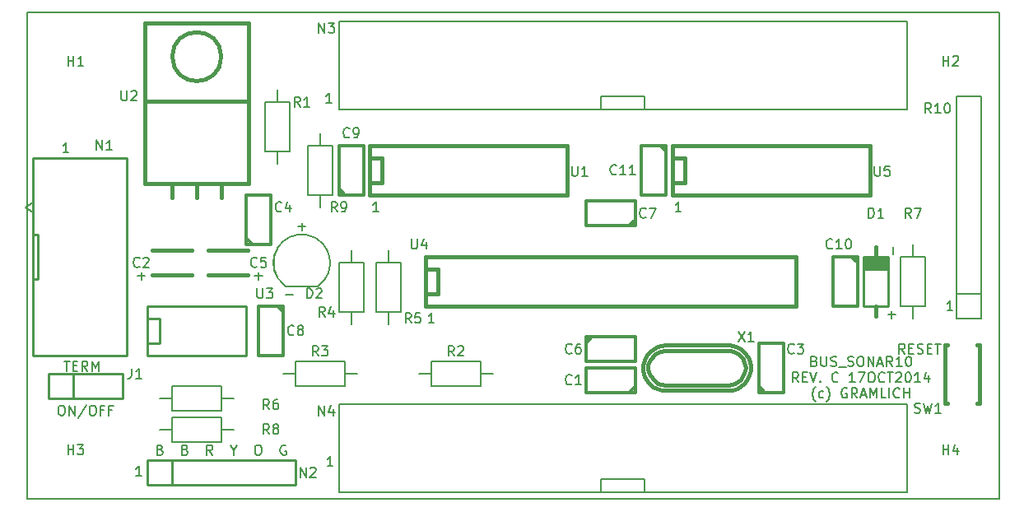
<source format=gto>
%FSLAX36Y36*%
G04 Gerber Fmt 3.6, Leading zero omitted, Abs format (unit inch)*
G04 Created by KiCad (PCBNEW (2014-jul-16 BZR unknown)-product) date Sun 19 Oct 2014 06:56:34 PM PDT*
%MOIN*%
G01*
G04 APERTURE LIST*
%ADD10C,0.003937*%
%ADD11C,0.008000*%
%ADD12C,0.012000*%
%ADD13C,0.015000*%
%ADD14C,0.010000*%
%ADD15C,0.005906*%
G04 APERTURE END LIST*
D10*
D11*
X5586429Y-5193095D02*
X5563571Y-5193095D01*
X5575000Y-5193095D02*
X5575000Y-5153095D01*
X5571191Y-5158810D01*
X5567381Y-5162619D01*
X5563571Y-5164524D01*
X5361429Y-4743095D02*
X5338571Y-4743095D01*
X5350000Y-4743095D02*
X5350000Y-4703095D01*
X5346191Y-4708810D01*
X5342381Y-4712619D01*
X5338571Y-4714524D01*
X6586429Y-4743095D02*
X6563571Y-4743095D01*
X6575000Y-4743095D02*
X6575000Y-4703095D01*
X6571191Y-4708810D01*
X6567381Y-4712619D01*
X6563571Y-4714524D01*
X7686429Y-5143095D02*
X7663571Y-5143095D01*
X7675000Y-5143095D02*
X7675000Y-5103095D01*
X7671191Y-5108810D01*
X7667381Y-5112619D01*
X7663571Y-5114524D01*
X3937008Y-5905512D02*
X3937008Y-3937008D01*
X7874016Y-5905512D02*
X3937008Y-5905512D01*
X7874016Y-3937008D02*
X7874016Y-5905512D01*
X3937008Y-3937008D02*
X7874016Y-3937008D01*
X5171429Y-4303095D02*
X5148571Y-4303095D01*
X5160000Y-4303095D02*
X5160000Y-4263095D01*
X5156191Y-4268810D01*
X5152381Y-4272619D01*
X5148571Y-4274524D01*
X7491905Y-5318095D02*
X7478571Y-5299048D01*
X7469048Y-5318095D02*
X7469048Y-5278095D01*
X7484286Y-5278095D01*
X7488095Y-5280000D01*
X7490000Y-5281905D01*
X7491905Y-5285714D01*
X7491905Y-5291429D01*
X7490000Y-5295238D01*
X7488095Y-5297143D01*
X7484286Y-5299048D01*
X7469048Y-5299048D01*
X7509048Y-5297143D02*
X7522381Y-5297143D01*
X7528095Y-5318095D02*
X7509048Y-5318095D01*
X7509048Y-5278095D01*
X7528095Y-5278095D01*
X7543333Y-5316190D02*
X7549048Y-5318095D01*
X7558571Y-5318095D01*
X7562381Y-5316190D01*
X7564286Y-5314286D01*
X7566190Y-5310476D01*
X7566190Y-5306667D01*
X7564286Y-5302857D01*
X7562381Y-5300952D01*
X7558571Y-5299048D01*
X7550952Y-5297143D01*
X7547143Y-5295238D01*
X7545238Y-5293333D01*
X7543333Y-5289524D01*
X7543333Y-5285714D01*
X7545238Y-5281905D01*
X7547143Y-5280000D01*
X7550952Y-5278095D01*
X7560476Y-5278095D01*
X7566190Y-5280000D01*
X7583333Y-5297143D02*
X7596667Y-5297143D01*
X7602381Y-5318095D02*
X7583333Y-5318095D01*
X7583333Y-5278095D01*
X7602381Y-5278095D01*
X7613810Y-5278095D02*
X7636667Y-5278095D01*
X7625238Y-5318095D02*
X7625238Y-5278095D01*
X4087619Y-5348095D02*
X4110476Y-5348095D01*
X4099048Y-5388095D02*
X4099048Y-5348095D01*
X4123810Y-5367143D02*
X4137143Y-5367143D01*
X4142857Y-5388095D02*
X4123810Y-5388095D01*
X4123810Y-5348095D01*
X4142857Y-5348095D01*
X4182857Y-5388095D02*
X4169524Y-5369048D01*
X4160000Y-5388095D02*
X4160000Y-5348095D01*
X4175238Y-5348095D01*
X4179048Y-5350000D01*
X4180952Y-5351905D01*
X4182857Y-5355714D01*
X4182857Y-5361429D01*
X4180952Y-5365238D01*
X4179048Y-5367143D01*
X4175238Y-5369048D01*
X4160000Y-5369048D01*
X4200000Y-5388095D02*
X4200000Y-5348095D01*
X4213333Y-5376667D01*
X4226667Y-5348095D01*
X4226667Y-5388095D01*
X7126429Y-5348143D02*
X7132143Y-5350048D01*
X7134048Y-5351952D01*
X7135952Y-5355762D01*
X7135952Y-5361476D01*
X7134048Y-5365286D01*
X7132143Y-5367190D01*
X7128333Y-5369095D01*
X7113095Y-5369095D01*
X7113095Y-5329095D01*
X7126429Y-5329095D01*
X7130238Y-5331000D01*
X7132143Y-5332905D01*
X7134048Y-5336714D01*
X7134048Y-5340524D01*
X7132143Y-5344333D01*
X7130238Y-5346238D01*
X7126429Y-5348143D01*
X7113095Y-5348143D01*
X7153095Y-5329095D02*
X7153095Y-5361476D01*
X7155000Y-5365286D01*
X7156905Y-5367190D01*
X7160714Y-5369095D01*
X7168333Y-5369095D01*
X7172143Y-5367190D01*
X7174048Y-5365286D01*
X7175952Y-5361476D01*
X7175952Y-5329095D01*
X7193095Y-5367190D02*
X7198810Y-5369095D01*
X7208333Y-5369095D01*
X7212143Y-5367190D01*
X7214048Y-5365286D01*
X7215952Y-5361476D01*
X7215952Y-5357667D01*
X7214048Y-5353857D01*
X7212143Y-5351952D01*
X7208333Y-5350048D01*
X7200714Y-5348143D01*
X7196905Y-5346238D01*
X7195000Y-5344333D01*
X7193095Y-5340524D01*
X7193095Y-5336714D01*
X7195000Y-5332905D01*
X7196905Y-5331000D01*
X7200714Y-5329095D01*
X7210238Y-5329095D01*
X7215952Y-5331000D01*
X7223571Y-5372905D02*
X7254048Y-5372905D01*
X7261667Y-5367190D02*
X7267381Y-5369095D01*
X7276905Y-5369095D01*
X7280714Y-5367190D01*
X7282619Y-5365286D01*
X7284524Y-5361476D01*
X7284524Y-5357667D01*
X7282619Y-5353857D01*
X7280714Y-5351952D01*
X7276905Y-5350048D01*
X7269286Y-5348143D01*
X7265476Y-5346238D01*
X7263571Y-5344333D01*
X7261667Y-5340524D01*
X7261667Y-5336714D01*
X7263571Y-5332905D01*
X7265476Y-5331000D01*
X7269286Y-5329095D01*
X7278810Y-5329095D01*
X7284524Y-5331000D01*
X7309286Y-5329095D02*
X7316905Y-5329095D01*
X7320714Y-5331000D01*
X7324524Y-5334810D01*
X7326429Y-5342429D01*
X7326429Y-5355762D01*
X7324524Y-5363381D01*
X7320714Y-5367190D01*
X7316905Y-5369095D01*
X7309286Y-5369095D01*
X7305476Y-5367190D01*
X7301667Y-5363381D01*
X7299762Y-5355762D01*
X7299762Y-5342429D01*
X7301667Y-5334810D01*
X7305476Y-5331000D01*
X7309286Y-5329095D01*
X7343571Y-5369095D02*
X7343571Y-5329095D01*
X7366429Y-5369095D01*
X7366429Y-5329095D01*
X7383571Y-5357667D02*
X7402619Y-5357667D01*
X7379762Y-5369095D02*
X7393095Y-5329095D01*
X7406429Y-5369095D01*
X7442619Y-5369095D02*
X7429286Y-5350048D01*
X7419762Y-5369095D02*
X7419762Y-5329095D01*
X7435000Y-5329095D01*
X7438810Y-5331000D01*
X7440714Y-5332905D01*
X7442619Y-5336714D01*
X7442619Y-5342429D01*
X7440714Y-5346238D01*
X7438810Y-5348143D01*
X7435000Y-5350048D01*
X7419762Y-5350048D01*
X7480714Y-5369095D02*
X7457857Y-5369095D01*
X7469286Y-5369095D02*
X7469286Y-5329095D01*
X7465476Y-5334810D01*
X7461667Y-5338619D01*
X7457857Y-5340524D01*
X7505476Y-5329095D02*
X7509286Y-5329095D01*
X7513095Y-5331000D01*
X7515000Y-5332905D01*
X7516905Y-5336714D01*
X7518810Y-5344333D01*
X7518810Y-5353857D01*
X7516905Y-5361476D01*
X7515000Y-5365286D01*
X7513095Y-5367190D01*
X7509286Y-5369095D01*
X7505476Y-5369095D01*
X7501667Y-5367190D01*
X7499762Y-5365286D01*
X7497857Y-5361476D01*
X7495952Y-5353857D01*
X7495952Y-5344333D01*
X7497857Y-5336714D01*
X7499762Y-5332905D01*
X7501667Y-5331000D01*
X7505476Y-5329095D01*
X7061667Y-5433095D02*
X7048333Y-5414048D01*
X7038810Y-5433095D02*
X7038810Y-5393095D01*
X7054048Y-5393095D01*
X7057857Y-5395000D01*
X7059762Y-5396905D01*
X7061667Y-5400714D01*
X7061667Y-5406429D01*
X7059762Y-5410238D01*
X7057857Y-5412143D01*
X7054048Y-5414048D01*
X7038810Y-5414048D01*
X7078810Y-5412143D02*
X7092143Y-5412143D01*
X7097857Y-5433095D02*
X7078810Y-5433095D01*
X7078810Y-5393095D01*
X7097857Y-5393095D01*
X7109286Y-5393095D02*
X7122619Y-5433095D01*
X7135952Y-5393095D01*
X7149286Y-5429286D02*
X7151191Y-5431190D01*
X7149286Y-5433095D01*
X7147381Y-5431190D01*
X7149286Y-5429286D01*
X7149286Y-5433095D01*
X7221667Y-5429286D02*
X7219762Y-5431190D01*
X7214048Y-5433095D01*
X7210238Y-5433095D01*
X7204524Y-5431190D01*
X7200714Y-5427381D01*
X7198810Y-5423571D01*
X7196905Y-5415952D01*
X7196905Y-5410238D01*
X7198810Y-5402619D01*
X7200714Y-5398810D01*
X7204524Y-5395000D01*
X7210238Y-5393095D01*
X7214048Y-5393095D01*
X7219762Y-5395000D01*
X7221667Y-5396905D01*
X7290238Y-5433095D02*
X7267381Y-5433095D01*
X7278810Y-5433095D02*
X7278810Y-5393095D01*
X7275000Y-5398810D01*
X7271191Y-5402619D01*
X7267381Y-5404524D01*
X7303571Y-5393095D02*
X7330238Y-5393095D01*
X7313095Y-5433095D01*
X7353095Y-5393095D02*
X7360714Y-5393095D01*
X7364524Y-5395000D01*
X7368333Y-5398810D01*
X7370238Y-5406429D01*
X7370238Y-5419762D01*
X7368333Y-5427381D01*
X7364524Y-5431190D01*
X7360714Y-5433095D01*
X7353095Y-5433095D01*
X7349286Y-5431190D01*
X7345476Y-5427381D01*
X7343571Y-5419762D01*
X7343571Y-5406429D01*
X7345476Y-5398810D01*
X7349286Y-5395000D01*
X7353095Y-5393095D01*
X7410238Y-5429286D02*
X7408333Y-5431190D01*
X7402619Y-5433095D01*
X7398810Y-5433095D01*
X7393095Y-5431190D01*
X7389286Y-5427381D01*
X7387381Y-5423571D01*
X7385476Y-5415952D01*
X7385476Y-5410238D01*
X7387381Y-5402619D01*
X7389286Y-5398810D01*
X7393095Y-5395000D01*
X7398810Y-5393095D01*
X7402619Y-5393095D01*
X7408333Y-5395000D01*
X7410238Y-5396905D01*
X7421667Y-5393095D02*
X7444524Y-5393095D01*
X7433095Y-5433095D02*
X7433095Y-5393095D01*
X7455952Y-5396905D02*
X7457857Y-5395000D01*
X7461667Y-5393095D01*
X7471190Y-5393095D01*
X7475000Y-5395000D01*
X7476905Y-5396905D01*
X7478810Y-5400714D01*
X7478810Y-5404524D01*
X7476905Y-5410238D01*
X7454048Y-5433095D01*
X7478810Y-5433095D01*
X7503571Y-5393095D02*
X7507381Y-5393095D01*
X7511190Y-5395000D01*
X7513095Y-5396905D01*
X7515000Y-5400714D01*
X7516905Y-5408333D01*
X7516905Y-5417857D01*
X7515000Y-5425476D01*
X7513095Y-5429286D01*
X7511190Y-5431190D01*
X7507381Y-5433095D01*
X7503571Y-5433095D01*
X7499762Y-5431190D01*
X7497857Y-5429286D01*
X7495952Y-5425476D01*
X7494048Y-5417857D01*
X7494048Y-5408333D01*
X7495952Y-5400714D01*
X7497857Y-5396905D01*
X7499762Y-5395000D01*
X7503571Y-5393095D01*
X7555000Y-5433095D02*
X7532143Y-5433095D01*
X7543571Y-5433095D02*
X7543571Y-5393095D01*
X7539762Y-5398810D01*
X7535952Y-5402619D01*
X7532143Y-5404524D01*
X7589286Y-5406429D02*
X7589286Y-5433095D01*
X7579762Y-5391190D02*
X7570238Y-5419762D01*
X7595000Y-5419762D01*
X7130238Y-5512333D02*
X7128333Y-5510429D01*
X7124524Y-5504714D01*
X7122619Y-5500905D01*
X7120714Y-5495190D01*
X7118810Y-5485667D01*
X7118810Y-5478048D01*
X7120714Y-5468524D01*
X7122619Y-5462810D01*
X7124524Y-5459000D01*
X7128333Y-5453286D01*
X7130238Y-5451381D01*
X7162619Y-5495190D02*
X7158810Y-5497095D01*
X7151191Y-5497095D01*
X7147381Y-5495190D01*
X7145476Y-5493286D01*
X7143571Y-5489476D01*
X7143571Y-5478048D01*
X7145476Y-5474238D01*
X7147381Y-5472333D01*
X7151191Y-5470429D01*
X7158810Y-5470429D01*
X7162619Y-5472333D01*
X7175952Y-5512333D02*
X7177857Y-5510429D01*
X7181667Y-5504714D01*
X7183571Y-5500905D01*
X7185476Y-5495190D01*
X7187381Y-5485667D01*
X7187381Y-5478048D01*
X7185476Y-5468524D01*
X7183571Y-5462810D01*
X7181667Y-5459000D01*
X7177857Y-5453286D01*
X7175952Y-5451381D01*
X7257857Y-5459000D02*
X7254048Y-5457095D01*
X7248333Y-5457095D01*
X7242619Y-5459000D01*
X7238810Y-5462810D01*
X7236905Y-5466619D01*
X7235000Y-5474238D01*
X7235000Y-5479952D01*
X7236905Y-5487571D01*
X7238810Y-5491381D01*
X7242619Y-5495190D01*
X7248333Y-5497095D01*
X7252143Y-5497095D01*
X7257857Y-5495190D01*
X7259762Y-5493286D01*
X7259762Y-5479952D01*
X7252143Y-5479952D01*
X7299762Y-5497095D02*
X7286429Y-5478048D01*
X7276905Y-5497095D02*
X7276905Y-5457095D01*
X7292143Y-5457095D01*
X7295952Y-5459000D01*
X7297857Y-5460905D01*
X7299762Y-5464714D01*
X7299762Y-5470429D01*
X7297857Y-5474238D01*
X7295952Y-5476143D01*
X7292143Y-5478048D01*
X7276905Y-5478048D01*
X7315000Y-5485667D02*
X7334048Y-5485667D01*
X7311190Y-5497095D02*
X7324524Y-5457095D01*
X7337857Y-5497095D01*
X7351190Y-5497095D02*
X7351190Y-5457095D01*
X7364524Y-5485667D01*
X7377857Y-5457095D01*
X7377857Y-5497095D01*
X7415952Y-5497095D02*
X7396905Y-5497095D01*
X7396905Y-5457095D01*
X7429286Y-5497095D02*
X7429286Y-5457095D01*
X7471190Y-5493286D02*
X7469286Y-5495190D01*
X7463571Y-5497095D01*
X7459762Y-5497095D01*
X7454048Y-5495190D01*
X7450238Y-5491381D01*
X7448333Y-5487571D01*
X7446429Y-5479952D01*
X7446429Y-5474238D01*
X7448333Y-5466619D01*
X7450238Y-5462810D01*
X7454048Y-5459000D01*
X7459762Y-5457095D01*
X7463571Y-5457095D01*
X7469286Y-5459000D01*
X7471190Y-5460905D01*
X7488333Y-5497095D02*
X7488333Y-5457095D01*
X7488333Y-5476143D02*
X7511190Y-5476143D01*
X7511190Y-5497095D02*
X7511190Y-5457095D01*
X4106429Y-4503095D02*
X4083571Y-4503095D01*
X4095000Y-4503095D02*
X4095000Y-4463095D01*
X4091191Y-4468810D01*
X4087381Y-4472619D01*
X4083571Y-4474524D01*
X5176429Y-5773095D02*
X5153571Y-5773095D01*
X5165000Y-5773095D02*
X5165000Y-5733095D01*
X5161191Y-5738810D01*
X5157381Y-5742619D01*
X5153571Y-5744524D01*
X4074048Y-5528095D02*
X4081667Y-5528095D01*
X4085476Y-5530000D01*
X4089286Y-5533810D01*
X4091190Y-5541429D01*
X4091190Y-5554762D01*
X4089286Y-5562381D01*
X4085476Y-5566190D01*
X4081667Y-5568095D01*
X4074048Y-5568095D01*
X4070238Y-5566190D01*
X4066429Y-5562381D01*
X4064524Y-5554762D01*
X4064524Y-5541429D01*
X4066429Y-5533810D01*
X4070238Y-5530000D01*
X4074048Y-5528095D01*
X4108333Y-5568095D02*
X4108333Y-5528095D01*
X4131190Y-5568095D01*
X4131190Y-5528095D01*
X4178810Y-5526190D02*
X4144524Y-5577619D01*
X4199762Y-5528095D02*
X4207381Y-5528095D01*
X4211190Y-5530000D01*
X4215000Y-5533810D01*
X4216905Y-5541429D01*
X4216905Y-5554762D01*
X4215000Y-5562381D01*
X4211190Y-5566190D01*
X4207381Y-5568095D01*
X4199762Y-5568095D01*
X4195952Y-5566190D01*
X4192143Y-5562381D01*
X4190238Y-5554762D01*
X4190238Y-5541429D01*
X4192143Y-5533810D01*
X4195952Y-5530000D01*
X4199762Y-5528095D01*
X4247381Y-5547143D02*
X4234048Y-5547143D01*
X4234048Y-5568095D02*
X4234048Y-5528095D01*
X4253095Y-5528095D01*
X4281667Y-5547143D02*
X4268333Y-5547143D01*
X4268333Y-5568095D02*
X4268333Y-5528095D01*
X4287381Y-5528095D01*
X4401429Y-5813095D02*
X4378571Y-5813095D01*
X4390000Y-5813095D02*
X4390000Y-5773095D01*
X4386191Y-5778810D01*
X4382381Y-5782619D01*
X4378571Y-5784524D01*
X4477381Y-5707143D02*
X4483095Y-5709048D01*
X4485000Y-5710952D01*
X4486905Y-5714762D01*
X4486905Y-5720476D01*
X4485000Y-5724286D01*
X4483095Y-5726190D01*
X4479286Y-5728095D01*
X4464048Y-5728095D01*
X4464048Y-5688095D01*
X4477381Y-5688095D01*
X4481191Y-5690000D01*
X4483095Y-5691905D01*
X4485000Y-5695714D01*
X4485000Y-5699524D01*
X4483095Y-5703333D01*
X4481191Y-5705238D01*
X4477381Y-5707143D01*
X4464048Y-5707143D01*
X4578333Y-5707143D02*
X4584048Y-5709048D01*
X4585952Y-5710952D01*
X4587857Y-5714762D01*
X4587857Y-5720476D01*
X4585952Y-5724286D01*
X4584048Y-5726190D01*
X4580238Y-5728095D01*
X4565000Y-5728095D01*
X4565000Y-5688095D01*
X4578333Y-5688095D01*
X4582143Y-5690000D01*
X4584048Y-5691905D01*
X4585952Y-5695714D01*
X4585952Y-5699524D01*
X4584048Y-5703333D01*
X4582143Y-5705238D01*
X4578333Y-5707143D01*
X4565000Y-5707143D01*
X4688810Y-5728095D02*
X4675476Y-5709048D01*
X4665952Y-5728095D02*
X4665952Y-5688095D01*
X4681190Y-5688095D01*
X4685000Y-5690000D01*
X4686905Y-5691905D01*
X4688810Y-5695714D01*
X4688810Y-5701429D01*
X4686905Y-5705238D01*
X4685000Y-5707143D01*
X4681190Y-5709048D01*
X4665952Y-5709048D01*
X4774524Y-5709048D02*
X4774524Y-5728095D01*
X4761190Y-5688095D02*
X4774524Y-5709048D01*
X4787857Y-5688095D01*
X4869762Y-5688095D02*
X4877381Y-5688095D01*
X4881190Y-5690000D01*
X4885000Y-5693810D01*
X4886905Y-5701429D01*
X4886905Y-5714762D01*
X4885000Y-5722381D01*
X4881190Y-5726190D01*
X4877381Y-5728095D01*
X4869762Y-5728095D01*
X4865952Y-5726190D01*
X4862143Y-5722381D01*
X4860238Y-5714762D01*
X4860238Y-5701429D01*
X4862143Y-5693810D01*
X4865952Y-5690000D01*
X4869762Y-5688095D01*
X4985952Y-5690000D02*
X4982143Y-5688095D01*
X4976429Y-5688095D01*
X4970714Y-5690000D01*
X4966905Y-5693810D01*
X4965000Y-5697619D01*
X4963095Y-5705238D01*
X4963095Y-5710952D01*
X4965000Y-5718571D01*
X4966905Y-5722381D01*
X4970714Y-5726190D01*
X4976429Y-5728095D01*
X4980238Y-5728095D01*
X4985952Y-5726190D01*
X4987857Y-5724286D01*
X4987857Y-5710952D01*
X4980238Y-5710952D01*
X4890238Y-5002857D02*
X4859762Y-5002857D01*
X4875000Y-5018095D02*
X4875000Y-4987619D01*
X4415238Y-5002857D02*
X4384762Y-5002857D01*
X4400000Y-5018095D02*
X4400000Y-4987619D01*
D12*
X6398000Y-5475000D02*
X6200000Y-5475000D01*
X6200000Y-5475000D02*
X6200000Y-5375000D01*
X6200000Y-5375000D02*
X6400000Y-5375000D01*
X6400000Y-5375000D02*
X6400000Y-5475000D01*
X6400000Y-5450000D02*
X6375000Y-5475000D01*
D13*
X4605000Y-4900000D02*
X4445000Y-4900000D01*
X4445000Y-5000000D02*
X4605000Y-5000000D01*
D12*
X6900000Y-5473000D02*
X6900000Y-5275000D01*
X6900000Y-5275000D02*
X7000000Y-5275000D01*
X7000000Y-5275000D02*
X7000000Y-5475000D01*
X7000000Y-5475000D02*
X6900000Y-5475000D01*
X6925000Y-5475000D02*
X6900000Y-5450000D01*
X4825000Y-4873000D02*
X4825000Y-4675000D01*
X4825000Y-4675000D02*
X4925000Y-4675000D01*
X4925000Y-4675000D02*
X4925000Y-4875000D01*
X4925000Y-4875000D02*
X4825000Y-4875000D01*
X4850000Y-4875000D02*
X4825000Y-4850000D01*
D13*
X4670000Y-5000000D02*
X4830000Y-5000000D01*
X4830000Y-4900000D02*
X4670000Y-4900000D01*
D12*
X6202000Y-5250000D02*
X6400000Y-5250000D01*
X6400000Y-5250000D02*
X6400000Y-5350000D01*
X6400000Y-5350000D02*
X6200000Y-5350000D01*
X6200000Y-5350000D02*
X6200000Y-5250000D01*
X6200000Y-5275000D02*
X6225000Y-5250000D01*
X6398000Y-4800000D02*
X6200000Y-4800000D01*
X6200000Y-4800000D02*
X6200000Y-4700000D01*
X6200000Y-4700000D02*
X6400000Y-4700000D01*
X6400000Y-4700000D02*
X6400000Y-4800000D01*
X6400000Y-4775000D02*
X6375000Y-4800000D01*
X4975000Y-5127000D02*
X4975000Y-5325000D01*
X4975000Y-5325000D02*
X4875000Y-5325000D01*
X4875000Y-5325000D02*
X4875000Y-5125000D01*
X4875000Y-5125000D02*
X4975000Y-5125000D01*
X4950000Y-5125000D02*
X4975000Y-5150000D01*
X5200000Y-4673000D02*
X5200000Y-4475000D01*
X5200000Y-4475000D02*
X5300000Y-4475000D01*
X5300000Y-4475000D02*
X5300000Y-4675000D01*
X5300000Y-4675000D02*
X5200000Y-4675000D01*
X5225000Y-4675000D02*
X5200000Y-4650000D01*
X7300000Y-4927000D02*
X7300000Y-5125000D01*
X7300000Y-5125000D02*
X7200000Y-5125000D01*
X7200000Y-5125000D02*
X7200000Y-4925000D01*
X7200000Y-4925000D02*
X7300000Y-4925000D01*
X7275000Y-4925000D02*
X7300000Y-4950000D01*
X6525000Y-4477000D02*
X6525000Y-4675000D01*
X6525000Y-4675000D02*
X6425000Y-4675000D01*
X6425000Y-4675000D02*
X6425000Y-4475000D01*
X6425000Y-4475000D02*
X6525000Y-4475000D01*
X6500000Y-4475000D02*
X6525000Y-4500000D01*
D13*
X7375000Y-5125000D02*
X7375000Y-5165000D01*
X7375000Y-4935000D02*
X7375000Y-4885000D01*
D14*
X7325000Y-4945000D02*
X7425000Y-4945000D01*
X7325000Y-4955000D02*
X7425000Y-4955000D01*
X7325000Y-4965000D02*
X7425000Y-4965000D01*
X7325000Y-4935000D02*
X7425000Y-4935000D01*
X7325000Y-4975000D02*
X7425000Y-4925000D01*
X7325000Y-4925000D02*
X7425000Y-4975000D01*
X7325000Y-4975000D02*
X7425000Y-4975000D01*
X7325000Y-4950000D02*
X7425000Y-4950000D01*
X7425000Y-4925000D02*
X7325000Y-4925000D01*
X7325000Y-4925000D02*
X7325000Y-5125000D01*
X7325000Y-5125000D02*
X7425000Y-5125000D01*
X7425000Y-5125000D02*
X7425000Y-4925000D01*
X4125000Y-5500000D02*
X4325000Y-5500000D01*
X4325000Y-5500000D02*
X4325000Y-5400000D01*
X4325000Y-5400000D02*
X4125000Y-5400000D01*
X4025000Y-5400000D02*
X4125000Y-5400000D01*
X4125000Y-5400000D02*
X4125000Y-5500000D01*
X4025000Y-5400000D02*
X4025000Y-5500000D01*
X4025000Y-5500000D02*
X4125000Y-5500000D01*
D15*
X3930000Y-4725000D02*
X3960000Y-4705000D01*
X3930000Y-4725000D02*
X3960000Y-4745000D01*
D14*
X3960000Y-5015000D02*
X3980000Y-5015000D01*
X3980000Y-5015000D02*
X3980000Y-4835000D01*
X3980000Y-4835000D02*
X3960000Y-4835000D01*
X4340000Y-4525000D02*
X4340000Y-5325000D01*
X4340000Y-5325000D02*
X3960000Y-5325000D01*
X3960000Y-5325000D02*
X3960000Y-4525000D01*
X3960000Y-4525000D02*
X4340000Y-4525000D01*
X4525000Y-5750000D02*
X5025000Y-5750000D01*
X5025000Y-5750000D02*
X5025000Y-5850000D01*
X5025000Y-5850000D02*
X4525000Y-5850000D01*
X4425000Y-5750000D02*
X4525000Y-5750000D01*
X4525000Y-5750000D02*
X4525000Y-5850000D01*
X4425000Y-5750000D02*
X4425000Y-5850000D01*
X4425000Y-5850000D02*
X4525000Y-5850000D01*
D15*
X6261500Y-4329000D02*
X6261500Y-4276000D01*
X6261500Y-4276000D02*
X6438500Y-4276000D01*
X6438500Y-4276000D02*
X6438500Y-4329000D01*
X5200000Y-3971000D02*
X7500000Y-3971000D01*
X7500000Y-3971000D02*
X7500000Y-4329000D01*
X7500000Y-4329000D02*
X5200000Y-4329000D01*
X5200000Y-4329000D02*
X5200000Y-3971000D01*
X6261500Y-5879000D02*
X6261500Y-5826000D01*
X6261500Y-5826000D02*
X6438500Y-5826000D01*
X6438500Y-5826000D02*
X6438500Y-5879000D01*
X5200000Y-5521000D02*
X7500000Y-5521000D01*
X7500000Y-5521000D02*
X7500000Y-5879000D01*
X7500000Y-5879000D02*
X5200000Y-5879000D01*
X5200000Y-5879000D02*
X5200000Y-5521000D01*
X4950000Y-4500000D02*
X4950000Y-4550000D01*
X4950000Y-4300000D02*
X4950000Y-4250000D01*
X5000000Y-4300000D02*
X4900000Y-4300000D01*
X4900000Y-4300000D02*
X4900000Y-4500000D01*
X4900000Y-4500000D02*
X5000000Y-4500000D01*
X5000000Y-4500000D02*
X5000000Y-4300000D01*
X5775000Y-5400000D02*
X5825000Y-5400000D01*
X5575000Y-5400000D02*
X5525000Y-5400000D01*
X5575000Y-5350000D02*
X5575000Y-5450000D01*
X5575000Y-5450000D02*
X5775000Y-5450000D01*
X5775000Y-5450000D02*
X5775000Y-5350000D01*
X5775000Y-5350000D02*
X5575000Y-5350000D01*
X5225000Y-5400000D02*
X5275000Y-5400000D01*
X5025000Y-5400000D02*
X4975000Y-5400000D01*
X5025000Y-5350000D02*
X5025000Y-5450000D01*
X5025000Y-5450000D02*
X5225000Y-5450000D01*
X5225000Y-5450000D02*
X5225000Y-5350000D01*
X5225000Y-5350000D02*
X5025000Y-5350000D01*
X5250000Y-5150000D02*
X5250000Y-5200000D01*
X5250000Y-4950000D02*
X5250000Y-4900000D01*
X5300000Y-4950000D02*
X5200000Y-4950000D01*
X5200000Y-4950000D02*
X5200000Y-5150000D01*
X5200000Y-5150000D02*
X5300000Y-5150000D01*
X5300000Y-5150000D02*
X5300000Y-4950000D01*
X5400000Y-5150000D02*
X5400000Y-5200000D01*
X5400000Y-4950000D02*
X5400000Y-4900000D01*
X5450000Y-4950000D02*
X5350000Y-4950000D01*
X5350000Y-4950000D02*
X5350000Y-5150000D01*
X5350000Y-5150000D02*
X5450000Y-5150000D01*
X5450000Y-5150000D02*
X5450000Y-4950000D01*
X4525000Y-5500000D02*
X4475000Y-5500000D01*
X4725000Y-5500000D02*
X4775000Y-5500000D01*
X4725000Y-5550000D02*
X4725000Y-5450000D01*
X4725000Y-5450000D02*
X4525000Y-5450000D01*
X4525000Y-5450000D02*
X4525000Y-5550000D01*
X4525000Y-5550000D02*
X4725000Y-5550000D01*
X7525000Y-4925000D02*
X7525000Y-4875000D01*
X7525000Y-5125000D02*
X7525000Y-5175000D01*
X7475000Y-5125000D02*
X7575000Y-5125000D01*
X7575000Y-5125000D02*
X7575000Y-4925000D01*
X7575000Y-4925000D02*
X7475000Y-4925000D01*
X7475000Y-4925000D02*
X7475000Y-5125000D01*
D13*
X7656100Y-5518100D02*
X7665900Y-5518100D01*
X7656100Y-5281900D02*
X7665900Y-5281900D01*
X7793900Y-5518100D02*
X7784100Y-5518100D01*
X7793900Y-5281900D02*
X7784100Y-5281900D01*
X7656100Y-5281900D02*
X7656100Y-5518100D01*
X7793900Y-5281900D02*
X7793900Y-5518100D01*
X5325000Y-4475000D02*
X6125000Y-4475000D01*
X6125000Y-4675000D02*
X5325000Y-4675000D01*
X5325000Y-4675000D02*
X5325000Y-4475000D01*
X5325000Y-4525000D02*
X5375000Y-4525000D01*
X5375000Y-4525000D02*
X5375000Y-4625000D01*
X5375000Y-4625000D02*
X5325000Y-4625000D01*
X6125000Y-4475000D02*
X6125000Y-4675000D01*
X4525000Y-4630000D02*
X4525000Y-4685000D01*
X4625000Y-4630000D02*
X4625000Y-4685000D01*
X4725000Y-4630000D02*
X4725000Y-4685000D01*
X4723995Y-4115000D02*
G75*
G03X4723995Y-4115000I-98995J0D01*
G74*
G01*
X4835000Y-4295000D02*
X4835000Y-3980000D01*
X4835000Y-3980000D02*
X4415000Y-3980000D01*
X4415000Y-3980000D02*
X4415000Y-4295000D01*
X4835000Y-4630000D02*
X4835000Y-4295000D01*
X4835000Y-4295000D02*
X4415000Y-4295000D01*
X4415000Y-4295000D02*
X4415000Y-4630000D01*
X4625000Y-4630000D02*
X4415000Y-4630000D01*
X4625000Y-4630000D02*
X4835000Y-4630000D01*
D14*
X4425000Y-5175000D02*
X4475000Y-5175000D01*
X4475000Y-5175000D02*
X4475000Y-5275000D01*
X4475000Y-5275000D02*
X4425000Y-5275000D01*
X4425000Y-5125000D02*
X4825000Y-5125000D01*
X4825000Y-5125000D02*
X4825000Y-5325000D01*
X4825000Y-5325000D02*
X4425000Y-5325000D01*
X4425000Y-5325000D02*
X4425000Y-5125000D01*
D13*
X5550000Y-4925000D02*
X7050000Y-4925000D01*
X7050000Y-4925000D02*
X7050000Y-5125000D01*
X7050000Y-5125000D02*
X5550000Y-5125000D01*
X5550000Y-5125000D02*
X5550000Y-4925000D01*
X5550000Y-4975000D02*
X5600000Y-4975000D01*
X5600000Y-4975000D02*
X5600000Y-5075000D01*
X5600000Y-5075000D02*
X5550000Y-5075000D01*
X6550000Y-4475000D02*
X7350000Y-4475000D01*
X7350000Y-4675000D02*
X6550000Y-4675000D01*
X6550000Y-4675000D02*
X6550000Y-4475000D01*
X6550000Y-4525000D02*
X6600000Y-4525000D01*
X6600000Y-4525000D02*
X6600000Y-4625000D01*
X6600000Y-4625000D02*
X6550000Y-4625000D01*
X7350000Y-4475000D02*
X7350000Y-4675000D01*
X6835000Y-5335600D02*
X6842900Y-5351400D01*
X6842900Y-5351400D02*
X6846900Y-5375000D01*
X6846900Y-5375000D02*
X6842900Y-5394700D01*
X6842900Y-5394700D02*
X6827200Y-5422200D01*
X6827200Y-5422200D02*
X6803500Y-5438000D01*
X6803500Y-5438000D02*
X6779900Y-5445900D01*
X6779900Y-5445900D02*
X6520100Y-5445900D01*
X6520100Y-5445900D02*
X6492500Y-5438000D01*
X6492500Y-5438000D02*
X6476800Y-5426200D01*
X6476800Y-5426200D02*
X6461000Y-5406500D01*
X6461000Y-5406500D02*
X6453100Y-5382900D01*
X6453100Y-5382900D02*
X6453100Y-5363200D01*
X6453100Y-5363200D02*
X6461000Y-5343500D01*
X6461000Y-5343500D02*
X6480700Y-5319900D01*
X6480700Y-5319900D02*
X6500400Y-5308100D01*
X6500400Y-5308100D02*
X6520100Y-5304100D01*
X6524000Y-5304100D02*
X6783900Y-5304100D01*
X6783900Y-5304100D02*
X6799600Y-5308100D01*
X6799600Y-5308100D02*
X6819300Y-5319900D01*
X6819300Y-5319900D02*
X6839000Y-5339600D01*
X6524400Y-5283300D02*
X6506300Y-5285200D01*
X6506300Y-5285200D02*
X6490600Y-5289600D01*
X6490600Y-5289600D02*
X6473600Y-5298200D01*
X6473600Y-5298200D02*
X6462200Y-5307300D01*
X6462200Y-5307300D02*
X6449200Y-5321100D01*
X6449200Y-5321100D02*
X6437800Y-5342300D01*
X6437800Y-5342300D02*
X6432700Y-5365900D01*
X6432700Y-5365900D02*
X6432700Y-5386000D01*
X6432700Y-5386000D02*
X6439400Y-5413600D01*
X6439400Y-5413600D02*
X6455100Y-5436800D01*
X6455100Y-5436800D02*
X6473200Y-5451400D01*
X6473200Y-5451400D02*
X6489800Y-5459600D01*
X6489800Y-5459600D02*
X6507500Y-5465900D01*
X6507500Y-5465900D02*
X6524800Y-5467100D01*
X6813800Y-5458500D02*
X6828700Y-5449800D01*
X6828700Y-5449800D02*
X6841300Y-5438800D01*
X6841300Y-5438800D02*
X6851200Y-5425800D01*
X6851200Y-5425800D02*
X6863000Y-5404100D01*
X6863000Y-5404100D02*
X6867300Y-5385600D01*
X6867300Y-5385600D02*
X6868100Y-5367500D01*
X6868100Y-5367500D02*
X6864600Y-5349400D01*
X6864600Y-5349400D02*
X6857100Y-5331700D01*
X6857100Y-5331700D02*
X6842900Y-5313200D01*
X6842900Y-5313200D02*
X6829100Y-5300600D01*
X6829100Y-5300600D02*
X6813800Y-5291500D01*
X6813800Y-5291500D02*
X6796900Y-5286000D01*
X6796900Y-5286000D02*
X6779500Y-5283300D01*
X6524000Y-5466700D02*
X6778000Y-5466700D01*
X6778000Y-5466700D02*
X6794500Y-5465200D01*
X6794500Y-5465200D02*
X6813800Y-5458500D01*
X6524000Y-5283300D02*
X6778000Y-5283300D01*
D15*
X4525000Y-5625000D02*
X4475000Y-5625000D01*
X4725000Y-5625000D02*
X4775000Y-5625000D01*
X4725000Y-5675000D02*
X4725000Y-5575000D01*
X4725000Y-5575000D02*
X4525000Y-5575000D01*
X4525000Y-5575000D02*
X4525000Y-5675000D01*
X4525000Y-5675000D02*
X4725000Y-5675000D01*
X5125000Y-4675000D02*
X5125000Y-4725000D01*
X5125000Y-4475000D02*
X5125000Y-4425000D01*
X5175000Y-4475000D02*
X5075000Y-4475000D01*
X5075000Y-4475000D02*
X5075000Y-4675000D01*
X5075000Y-4675000D02*
X5175000Y-4675000D01*
X5175000Y-4675000D02*
X5175000Y-4475000D01*
X4955000Y-4885000D02*
G75*
G03X4985000Y-5045000I95000J-65000D01*
G74*
G01*
X4985000Y-5045000D02*
X5115000Y-5045000D01*
X5115000Y-5045000D02*
G75*
G03X4955000Y-5015000I-65000J95000D01*
G74*
G01*
X7700000Y-5075000D02*
X7700000Y-4275000D01*
X7700000Y-4275000D02*
X7800000Y-4275000D01*
X7800000Y-4275000D02*
X7800000Y-5075000D01*
X7700000Y-5175000D02*
X7700000Y-5075000D01*
X7700000Y-5075000D02*
X7800000Y-5075000D01*
X7700000Y-5175000D02*
X7800000Y-5175000D01*
X7800000Y-5175000D02*
X7800000Y-5075000D01*
D11*
X6143333Y-5439286D02*
X6141429Y-5441190D01*
X6135714Y-5443095D01*
X6131905Y-5443095D01*
X6126191Y-5441190D01*
X6122381Y-5437381D01*
X6120476Y-5433571D01*
X6118571Y-5425952D01*
X6118571Y-5420238D01*
X6120476Y-5412619D01*
X6122381Y-5408810D01*
X6126191Y-5405000D01*
X6131905Y-5403095D01*
X6135714Y-5403095D01*
X6141429Y-5405000D01*
X6143333Y-5406905D01*
X6181429Y-5443095D02*
X6158571Y-5443095D01*
X6170000Y-5443095D02*
X6170000Y-5403095D01*
X6166191Y-5408810D01*
X6162381Y-5412619D01*
X6158571Y-5414524D01*
X4393333Y-4964286D02*
X4391429Y-4966190D01*
X4385714Y-4968095D01*
X4381905Y-4968095D01*
X4376191Y-4966190D01*
X4372381Y-4962381D01*
X4370476Y-4958571D01*
X4368571Y-4950952D01*
X4368571Y-4945238D01*
X4370476Y-4937619D01*
X4372381Y-4933810D01*
X4376191Y-4930000D01*
X4381905Y-4928095D01*
X4385714Y-4928095D01*
X4391429Y-4930000D01*
X4393333Y-4931905D01*
X4408571Y-4931905D02*
X4410476Y-4930000D01*
X4414286Y-4928095D01*
X4423810Y-4928095D01*
X4427619Y-4930000D01*
X4429524Y-4931905D01*
X4431429Y-4935714D01*
X4431429Y-4939524D01*
X4429524Y-4945238D01*
X4406667Y-4968095D01*
X4431429Y-4968095D01*
X7043333Y-5314286D02*
X7041429Y-5316190D01*
X7035714Y-5318095D01*
X7031905Y-5318095D01*
X7026191Y-5316190D01*
X7022381Y-5312381D01*
X7020476Y-5308571D01*
X7018571Y-5300952D01*
X7018571Y-5295238D01*
X7020476Y-5287619D01*
X7022381Y-5283810D01*
X7026191Y-5280000D01*
X7031905Y-5278095D01*
X7035714Y-5278095D01*
X7041429Y-5280000D01*
X7043333Y-5281905D01*
X7056667Y-5278095D02*
X7081429Y-5278095D01*
X7068095Y-5293333D01*
X7073810Y-5293333D01*
X7077619Y-5295238D01*
X7079524Y-5297143D01*
X7081429Y-5300952D01*
X7081429Y-5310476D01*
X7079524Y-5314286D01*
X7077619Y-5316190D01*
X7073810Y-5318095D01*
X7062381Y-5318095D01*
X7058571Y-5316190D01*
X7056667Y-5314286D01*
X4968333Y-4739286D02*
X4966429Y-4741190D01*
X4960714Y-4743095D01*
X4956905Y-4743095D01*
X4951191Y-4741190D01*
X4947381Y-4737381D01*
X4945476Y-4733571D01*
X4943571Y-4725952D01*
X4943571Y-4720238D01*
X4945476Y-4712619D01*
X4947381Y-4708810D01*
X4951191Y-4705000D01*
X4956905Y-4703095D01*
X4960714Y-4703095D01*
X4966429Y-4705000D01*
X4968333Y-4706905D01*
X5002619Y-4716429D02*
X5002619Y-4743095D01*
X4993095Y-4701190D02*
X4983571Y-4729762D01*
X5008333Y-4729762D01*
X4868333Y-4964286D02*
X4866429Y-4966190D01*
X4860714Y-4968095D01*
X4856905Y-4968095D01*
X4851191Y-4966190D01*
X4847381Y-4962381D01*
X4845476Y-4958571D01*
X4843571Y-4950952D01*
X4843571Y-4945238D01*
X4845476Y-4937619D01*
X4847381Y-4933810D01*
X4851191Y-4930000D01*
X4856905Y-4928095D01*
X4860714Y-4928095D01*
X4866429Y-4930000D01*
X4868333Y-4931905D01*
X4904524Y-4928095D02*
X4885476Y-4928095D01*
X4883571Y-4947143D01*
X4885476Y-4945238D01*
X4889286Y-4943333D01*
X4898810Y-4943333D01*
X4902619Y-4945238D01*
X4904524Y-4947143D01*
X4906429Y-4950952D01*
X4906429Y-4960476D01*
X4904524Y-4964286D01*
X4902619Y-4966190D01*
X4898810Y-4968095D01*
X4889286Y-4968095D01*
X4885476Y-4966190D01*
X4883571Y-4964286D01*
X6143333Y-5314286D02*
X6141429Y-5316190D01*
X6135714Y-5318095D01*
X6131905Y-5318095D01*
X6126191Y-5316190D01*
X6122381Y-5312381D01*
X6120476Y-5308571D01*
X6118571Y-5300952D01*
X6118571Y-5295238D01*
X6120476Y-5287619D01*
X6122381Y-5283810D01*
X6126191Y-5280000D01*
X6131905Y-5278095D01*
X6135714Y-5278095D01*
X6141429Y-5280000D01*
X6143333Y-5281905D01*
X6177619Y-5278095D02*
X6170000Y-5278095D01*
X6166191Y-5280000D01*
X6164286Y-5281905D01*
X6160476Y-5287619D01*
X6158571Y-5295238D01*
X6158571Y-5310476D01*
X6160476Y-5314286D01*
X6162381Y-5316190D01*
X6166191Y-5318095D01*
X6173810Y-5318095D01*
X6177619Y-5316190D01*
X6179524Y-5314286D01*
X6181429Y-5310476D01*
X6181429Y-5300952D01*
X6179524Y-5297143D01*
X6177619Y-5295238D01*
X6173810Y-5293333D01*
X6166191Y-5293333D01*
X6162381Y-5295238D01*
X6160476Y-5297143D01*
X6158571Y-5300952D01*
X6443333Y-4764286D02*
X6441429Y-4766190D01*
X6435714Y-4768095D01*
X6431905Y-4768095D01*
X6426191Y-4766190D01*
X6422381Y-4762381D01*
X6420476Y-4758571D01*
X6418571Y-4750952D01*
X6418571Y-4745238D01*
X6420476Y-4737619D01*
X6422381Y-4733810D01*
X6426191Y-4730000D01*
X6431905Y-4728095D01*
X6435714Y-4728095D01*
X6441429Y-4730000D01*
X6443333Y-4731905D01*
X6456667Y-4728095D02*
X6483333Y-4728095D01*
X6466191Y-4768095D01*
X5018333Y-5239286D02*
X5016429Y-5241190D01*
X5010714Y-5243095D01*
X5006905Y-5243095D01*
X5001191Y-5241190D01*
X4997381Y-5237381D01*
X4995476Y-5233571D01*
X4993571Y-5225952D01*
X4993571Y-5220238D01*
X4995476Y-5212619D01*
X4997381Y-5208810D01*
X5001191Y-5205000D01*
X5006905Y-5203095D01*
X5010714Y-5203095D01*
X5016429Y-5205000D01*
X5018333Y-5206905D01*
X5041191Y-5220238D02*
X5037381Y-5218333D01*
X5035476Y-5216429D01*
X5033571Y-5212619D01*
X5033571Y-5210714D01*
X5035476Y-5206905D01*
X5037381Y-5205000D01*
X5041191Y-5203095D01*
X5048810Y-5203095D01*
X5052619Y-5205000D01*
X5054524Y-5206905D01*
X5056429Y-5210714D01*
X5056429Y-5212619D01*
X5054524Y-5216429D01*
X5052619Y-5218333D01*
X5048810Y-5220238D01*
X5041191Y-5220238D01*
X5037381Y-5222143D01*
X5035476Y-5224048D01*
X5033571Y-5227857D01*
X5033571Y-5235476D01*
X5035476Y-5239286D01*
X5037381Y-5241190D01*
X5041191Y-5243095D01*
X5048810Y-5243095D01*
X5052619Y-5241190D01*
X5054524Y-5239286D01*
X5056429Y-5235476D01*
X5056429Y-5227857D01*
X5054524Y-5224048D01*
X5052619Y-5222143D01*
X5048810Y-5220238D01*
X5243333Y-4439286D02*
X5241429Y-4441190D01*
X5235714Y-4443095D01*
X5231905Y-4443095D01*
X5226191Y-4441190D01*
X5222381Y-4437381D01*
X5220476Y-4433571D01*
X5218571Y-4425952D01*
X5218571Y-4420238D01*
X5220476Y-4412619D01*
X5222381Y-4408810D01*
X5226191Y-4405000D01*
X5231905Y-4403095D01*
X5235714Y-4403095D01*
X5241429Y-4405000D01*
X5243333Y-4406905D01*
X5262381Y-4443095D02*
X5270000Y-4443095D01*
X5273810Y-4441190D01*
X5275714Y-4439286D01*
X5279524Y-4433571D01*
X5281429Y-4425952D01*
X5281429Y-4410714D01*
X5279524Y-4406905D01*
X5277619Y-4405000D01*
X5273810Y-4403095D01*
X5266191Y-4403095D01*
X5262381Y-4405000D01*
X5260476Y-4406905D01*
X5258571Y-4410714D01*
X5258571Y-4420238D01*
X5260476Y-4424048D01*
X5262381Y-4425952D01*
X5266191Y-4427857D01*
X5273810Y-4427857D01*
X5277619Y-4425952D01*
X5279524Y-4424048D01*
X5281429Y-4420238D01*
X7199286Y-4889286D02*
X7197381Y-4891190D01*
X7191667Y-4893095D01*
X7187857Y-4893095D01*
X7182143Y-4891190D01*
X7178333Y-4887381D01*
X7176429Y-4883571D01*
X7174524Y-4875952D01*
X7174524Y-4870238D01*
X7176429Y-4862619D01*
X7178333Y-4858810D01*
X7182143Y-4855000D01*
X7187857Y-4853095D01*
X7191667Y-4853095D01*
X7197381Y-4855000D01*
X7199286Y-4856905D01*
X7237381Y-4893095D02*
X7214524Y-4893095D01*
X7225952Y-4893095D02*
X7225952Y-4853095D01*
X7222143Y-4858810D01*
X7218333Y-4862619D01*
X7214524Y-4864524D01*
X7262143Y-4853095D02*
X7265952Y-4853095D01*
X7269762Y-4855000D01*
X7271667Y-4856905D01*
X7273571Y-4860714D01*
X7275476Y-4868333D01*
X7275476Y-4877857D01*
X7273571Y-4885476D01*
X7271667Y-4889286D01*
X7269762Y-4891190D01*
X7265952Y-4893095D01*
X7262143Y-4893095D01*
X7258333Y-4891190D01*
X7256429Y-4889286D01*
X7254524Y-4885476D01*
X7252619Y-4877857D01*
X7252619Y-4868333D01*
X7254524Y-4860714D01*
X7256429Y-4856905D01*
X7258333Y-4855000D01*
X7262143Y-4853095D01*
X6324286Y-4589286D02*
X6322381Y-4591190D01*
X6316667Y-4593095D01*
X6312857Y-4593095D01*
X6307143Y-4591190D01*
X6303333Y-4587381D01*
X6301429Y-4583571D01*
X6299524Y-4575952D01*
X6299524Y-4570238D01*
X6301429Y-4562619D01*
X6303333Y-4558810D01*
X6307143Y-4555000D01*
X6312857Y-4553095D01*
X6316667Y-4553095D01*
X6322381Y-4555000D01*
X6324286Y-4556905D01*
X6362381Y-4593095D02*
X6339524Y-4593095D01*
X6350952Y-4593095D02*
X6350952Y-4553095D01*
X6347143Y-4558810D01*
X6343333Y-4562619D01*
X6339524Y-4564524D01*
X6400476Y-4593095D02*
X6377619Y-4593095D01*
X6389048Y-4593095D02*
X6389048Y-4553095D01*
X6385238Y-4558810D01*
X6381429Y-4562619D01*
X6377619Y-4564524D01*
X7345476Y-4768095D02*
X7345476Y-4728095D01*
X7355000Y-4728095D01*
X7360714Y-4730000D01*
X7364524Y-4733810D01*
X7366429Y-4737619D01*
X7368333Y-4745238D01*
X7368333Y-4750952D01*
X7366429Y-4758571D01*
X7364524Y-4762381D01*
X7360714Y-4766190D01*
X7355000Y-4768095D01*
X7345476Y-4768095D01*
X7406429Y-4768095D02*
X7383571Y-4768095D01*
X7395000Y-4768095D02*
X7395000Y-4728095D01*
X7391191Y-4733810D01*
X7387381Y-4737619D01*
X7383571Y-4739524D01*
X7445180Y-4916616D02*
X7445180Y-4886140D01*
X7439274Y-5174884D02*
X7439274Y-5144408D01*
X7454513Y-5159646D02*
X7424036Y-5159646D01*
X4103382Y-4151954D02*
X4103382Y-4111954D01*
X4103382Y-4131001D02*
X4126239Y-4131001D01*
X4126239Y-4151954D02*
X4126239Y-4111954D01*
X4166239Y-4151954D02*
X4143382Y-4151954D01*
X4154811Y-4151954D02*
X4154811Y-4111954D01*
X4151001Y-4117668D01*
X4147192Y-4121477D01*
X4143382Y-4123382D01*
X7646689Y-4151954D02*
X7646689Y-4111954D01*
X7646689Y-4131001D02*
X7669546Y-4131001D01*
X7669546Y-4151954D02*
X7669546Y-4111954D01*
X7686689Y-4115763D02*
X7688594Y-4113858D01*
X7692403Y-4111954D01*
X7701927Y-4111954D01*
X7705737Y-4113858D01*
X7707642Y-4115763D01*
X7709546Y-4119573D01*
X7709546Y-4123382D01*
X7707642Y-4129096D01*
X7684784Y-4151954D01*
X7709546Y-4151954D01*
X4103382Y-5726757D02*
X4103382Y-5686757D01*
X4103382Y-5705804D02*
X4126239Y-5705804D01*
X4126239Y-5726757D02*
X4126239Y-5686757D01*
X4141477Y-5686757D02*
X4166239Y-5686757D01*
X4152906Y-5701995D01*
X4158620Y-5701995D01*
X4162430Y-5703900D01*
X4164334Y-5705804D01*
X4166239Y-5709614D01*
X4166239Y-5719138D01*
X4164334Y-5722947D01*
X4162430Y-5724852D01*
X4158620Y-5726757D01*
X4147192Y-5726757D01*
X4143382Y-5724852D01*
X4141477Y-5722947D01*
X7646689Y-5726757D02*
X7646689Y-5686757D01*
X7646689Y-5705804D02*
X7669546Y-5705804D01*
X7669546Y-5726757D02*
X7669546Y-5686757D01*
X7705737Y-5700090D02*
X7705737Y-5726757D01*
X7696213Y-5684852D02*
X7686689Y-5713423D01*
X7711451Y-5713423D01*
X4361667Y-5378095D02*
X4361667Y-5406667D01*
X4359762Y-5412381D01*
X4355952Y-5416190D01*
X4350238Y-5418095D01*
X4346429Y-5418095D01*
X4401667Y-5418095D02*
X4378810Y-5418095D01*
X4390238Y-5418095D02*
X4390238Y-5378095D01*
X4386429Y-5383810D01*
X4382619Y-5387619D01*
X4378810Y-5389524D01*
X4219524Y-4493095D02*
X4219524Y-4453095D01*
X4242381Y-4493095D01*
X4242381Y-4453095D01*
X4282381Y-4493095D02*
X4259524Y-4493095D01*
X4270952Y-4493095D02*
X4270952Y-4453095D01*
X4267143Y-4458810D01*
X4263333Y-4462619D01*
X4259524Y-4464524D01*
X5044524Y-5818095D02*
X5044524Y-5778095D01*
X5067381Y-5818095D01*
X5067381Y-5778095D01*
X5084524Y-5781905D02*
X5086429Y-5780000D01*
X5090238Y-5778095D01*
X5099762Y-5778095D01*
X5103571Y-5780000D01*
X5105476Y-5781905D01*
X5107381Y-5785714D01*
X5107381Y-5789524D01*
X5105476Y-5795238D01*
X5082619Y-5818095D01*
X5107381Y-5818095D01*
X5119524Y-4018095D02*
X5119524Y-3978095D01*
X5142381Y-4018095D01*
X5142381Y-3978095D01*
X5157619Y-3978095D02*
X5182381Y-3978095D01*
X5169048Y-3993333D01*
X5174762Y-3993333D01*
X5178571Y-3995238D01*
X5180476Y-3997143D01*
X5182381Y-4000952D01*
X5182381Y-4010476D01*
X5180476Y-4014286D01*
X5178571Y-4016190D01*
X5174762Y-4018095D01*
X5163333Y-4018095D01*
X5159524Y-4016190D01*
X5157619Y-4014286D01*
X5119524Y-5568095D02*
X5119524Y-5528095D01*
X5142381Y-5568095D01*
X5142381Y-5528095D01*
X5178571Y-5541429D02*
X5178571Y-5568095D01*
X5169048Y-5526190D02*
X5159524Y-5554762D01*
X5184286Y-5554762D01*
X5043333Y-4318095D02*
X5030000Y-4299048D01*
X5020476Y-4318095D02*
X5020476Y-4278095D01*
X5035714Y-4278095D01*
X5039524Y-4280000D01*
X5041429Y-4281905D01*
X5043333Y-4285714D01*
X5043333Y-4291429D01*
X5041429Y-4295238D01*
X5039524Y-4297143D01*
X5035714Y-4299048D01*
X5020476Y-4299048D01*
X5081429Y-4318095D02*
X5058571Y-4318095D01*
X5070000Y-4318095D02*
X5070000Y-4278095D01*
X5066191Y-4283810D01*
X5062381Y-4287619D01*
X5058571Y-4289524D01*
X5667152Y-5326363D02*
X5653819Y-5307315D01*
X5644295Y-5326363D02*
X5644295Y-5286363D01*
X5659533Y-5286363D01*
X5663343Y-5288268D01*
X5665247Y-5290172D01*
X5667152Y-5293982D01*
X5667152Y-5299696D01*
X5665247Y-5303506D01*
X5663343Y-5305411D01*
X5659533Y-5307315D01*
X5644295Y-5307315D01*
X5682390Y-5290172D02*
X5684295Y-5288268D01*
X5688105Y-5286363D01*
X5697628Y-5286363D01*
X5701438Y-5288268D01*
X5703343Y-5290172D01*
X5705247Y-5293982D01*
X5705247Y-5297792D01*
X5703343Y-5303506D01*
X5680486Y-5326363D01*
X5705247Y-5326363D01*
X5117152Y-5326363D02*
X5103819Y-5307315D01*
X5094295Y-5326363D02*
X5094295Y-5286363D01*
X5109533Y-5286363D01*
X5113343Y-5288268D01*
X5115247Y-5290172D01*
X5117152Y-5293982D01*
X5117152Y-5299696D01*
X5115247Y-5303506D01*
X5113343Y-5305411D01*
X5109533Y-5307315D01*
X5094295Y-5307315D01*
X5130486Y-5286363D02*
X5155247Y-5286363D01*
X5141914Y-5301601D01*
X5147628Y-5301601D01*
X5151438Y-5303506D01*
X5153343Y-5305411D01*
X5155247Y-5309220D01*
X5155247Y-5318744D01*
X5153343Y-5322553D01*
X5151438Y-5324458D01*
X5147628Y-5326363D01*
X5136200Y-5326363D01*
X5132390Y-5324458D01*
X5130486Y-5322553D01*
X5143333Y-5168095D02*
X5130000Y-5149048D01*
X5120476Y-5168095D02*
X5120476Y-5128095D01*
X5135714Y-5128095D01*
X5139524Y-5130000D01*
X5141429Y-5131905D01*
X5143333Y-5135714D01*
X5143333Y-5141429D01*
X5141429Y-5145238D01*
X5139524Y-5147143D01*
X5135714Y-5149048D01*
X5120476Y-5149048D01*
X5177619Y-5141429D02*
X5177619Y-5168095D01*
X5168095Y-5126190D02*
X5158571Y-5154762D01*
X5183333Y-5154762D01*
X5493333Y-5193095D02*
X5480000Y-5174048D01*
X5470476Y-5193095D02*
X5470476Y-5153095D01*
X5485714Y-5153095D01*
X5489524Y-5155000D01*
X5491429Y-5156905D01*
X5493333Y-5160714D01*
X5493333Y-5166429D01*
X5491429Y-5170238D01*
X5489524Y-5172143D01*
X5485714Y-5174048D01*
X5470476Y-5174048D01*
X5529524Y-5153095D02*
X5510476Y-5153095D01*
X5508571Y-5172143D01*
X5510476Y-5170238D01*
X5514286Y-5168333D01*
X5523810Y-5168333D01*
X5527619Y-5170238D01*
X5529524Y-5172143D01*
X5531429Y-5175952D01*
X5531429Y-5185476D01*
X5529524Y-5189286D01*
X5527619Y-5191190D01*
X5523810Y-5193095D01*
X5514286Y-5193095D01*
X5510476Y-5191190D01*
X5508571Y-5189286D01*
X4918333Y-5543095D02*
X4905000Y-5524048D01*
X4895476Y-5543095D02*
X4895476Y-5503095D01*
X4910714Y-5503095D01*
X4914524Y-5505000D01*
X4916429Y-5506905D01*
X4918333Y-5510714D01*
X4918333Y-5516429D01*
X4916429Y-5520238D01*
X4914524Y-5522143D01*
X4910714Y-5524048D01*
X4895476Y-5524048D01*
X4952619Y-5503095D02*
X4945000Y-5503095D01*
X4941191Y-5505000D01*
X4939286Y-5506905D01*
X4935476Y-5512619D01*
X4933571Y-5520238D01*
X4933571Y-5535476D01*
X4935476Y-5539286D01*
X4937381Y-5541190D01*
X4941191Y-5543095D01*
X4948810Y-5543095D01*
X4952619Y-5541190D01*
X4954524Y-5539286D01*
X4956429Y-5535476D01*
X4956429Y-5525952D01*
X4954524Y-5522143D01*
X4952619Y-5520238D01*
X4948810Y-5518333D01*
X4941191Y-5518333D01*
X4937381Y-5520238D01*
X4935476Y-5522143D01*
X4933571Y-5525952D01*
X7518333Y-4768095D02*
X7505000Y-4749048D01*
X7495476Y-4768095D02*
X7495476Y-4728095D01*
X7510714Y-4728095D01*
X7514524Y-4730000D01*
X7516429Y-4731905D01*
X7518333Y-4735714D01*
X7518333Y-4741429D01*
X7516429Y-4745238D01*
X7514524Y-4747143D01*
X7510714Y-4749048D01*
X7495476Y-4749048D01*
X7531667Y-4728095D02*
X7558333Y-4728095D01*
X7541191Y-4768095D01*
X7531667Y-5556190D02*
X7537381Y-5558095D01*
X7546905Y-5558095D01*
X7550714Y-5556190D01*
X7552619Y-5554286D01*
X7554524Y-5550476D01*
X7554524Y-5546667D01*
X7552619Y-5542857D01*
X7550714Y-5540952D01*
X7546905Y-5539048D01*
X7539286Y-5537143D01*
X7535476Y-5535238D01*
X7533571Y-5533333D01*
X7531667Y-5529524D01*
X7531667Y-5525714D01*
X7533571Y-5521905D01*
X7535476Y-5520000D01*
X7539286Y-5518095D01*
X7548810Y-5518095D01*
X7554524Y-5520000D01*
X7567857Y-5518095D02*
X7577381Y-5558095D01*
X7585000Y-5529524D01*
X7592619Y-5558095D01*
X7602143Y-5518095D01*
X7638333Y-5558095D02*
X7615476Y-5558095D01*
X7626905Y-5558095D02*
X7626905Y-5518095D01*
X7623095Y-5523810D01*
X7619286Y-5527619D01*
X7615476Y-5529524D01*
X6144524Y-4558095D02*
X6144524Y-4590476D01*
X6146429Y-4594286D01*
X6148333Y-4596190D01*
X6152143Y-4598095D01*
X6159762Y-4598095D01*
X6163571Y-4596190D01*
X6165476Y-4594286D01*
X6167381Y-4590476D01*
X6167381Y-4558095D01*
X6207381Y-4598095D02*
X6184524Y-4598095D01*
X6195952Y-4598095D02*
X6195952Y-4558095D01*
X6192143Y-4563810D01*
X6188333Y-4567619D01*
X6184524Y-4569524D01*
X4319524Y-4253095D02*
X4319524Y-4285476D01*
X4321429Y-4289286D01*
X4323333Y-4291190D01*
X4327143Y-4293095D01*
X4334762Y-4293095D01*
X4338571Y-4291190D01*
X4340476Y-4289286D01*
X4342381Y-4285476D01*
X4342381Y-4253095D01*
X4359524Y-4256905D02*
X4361429Y-4255000D01*
X4365238Y-4253095D01*
X4374762Y-4253095D01*
X4378571Y-4255000D01*
X4380476Y-4256905D01*
X4382381Y-4260714D01*
X4382381Y-4264524D01*
X4380476Y-4270238D01*
X4357619Y-4293095D01*
X4382381Y-4293095D01*
X4869524Y-5053095D02*
X4869524Y-5085476D01*
X4871429Y-5089286D01*
X4873333Y-5091190D01*
X4877143Y-5093095D01*
X4884762Y-5093095D01*
X4888571Y-5091190D01*
X4890476Y-5089286D01*
X4892381Y-5085476D01*
X4892381Y-5053095D01*
X4907619Y-5053095D02*
X4932381Y-5053095D01*
X4919048Y-5068333D01*
X4924762Y-5068333D01*
X4928571Y-5070238D01*
X4930476Y-5072143D01*
X4932381Y-5075952D01*
X4932381Y-5085476D01*
X4930476Y-5089286D01*
X4928571Y-5091190D01*
X4924762Y-5093095D01*
X4913333Y-5093095D01*
X4909524Y-5091190D01*
X4907619Y-5089286D01*
X5494524Y-4853095D02*
X5494524Y-4885476D01*
X5496429Y-4889286D01*
X5498333Y-4891190D01*
X5502143Y-4893095D01*
X5509762Y-4893095D01*
X5513571Y-4891190D01*
X5515476Y-4889286D01*
X5517381Y-4885476D01*
X5517381Y-4853095D01*
X5553571Y-4866429D02*
X5553571Y-4893095D01*
X5544048Y-4851190D02*
X5534524Y-4879762D01*
X5559286Y-4879762D01*
X7369524Y-4558095D02*
X7369524Y-4590476D01*
X7371429Y-4594286D01*
X7373333Y-4596190D01*
X7377143Y-4598095D01*
X7384762Y-4598095D01*
X7388571Y-4596190D01*
X7390476Y-4594286D01*
X7392381Y-4590476D01*
X7392381Y-4558095D01*
X7430476Y-4558095D02*
X7411429Y-4558095D01*
X7409524Y-4577143D01*
X7411429Y-4575238D01*
X7415238Y-4573333D01*
X7424762Y-4573333D01*
X7428571Y-4575238D01*
X7430476Y-4577143D01*
X7432381Y-4580952D01*
X7432381Y-4590476D01*
X7430476Y-4594286D01*
X7428571Y-4596190D01*
X7424762Y-4598095D01*
X7415238Y-4598095D01*
X7411429Y-4596190D01*
X7409524Y-4594286D01*
X6817619Y-5228095D02*
X6844286Y-5268095D01*
X6844286Y-5228095D02*
X6817619Y-5268095D01*
X6880476Y-5268095D02*
X6857619Y-5268095D01*
X6869048Y-5268095D02*
X6869048Y-5228095D01*
X6865238Y-5233810D01*
X6861429Y-5237619D01*
X6857619Y-5239524D01*
X4918333Y-5643095D02*
X4905000Y-5624048D01*
X4895476Y-5643095D02*
X4895476Y-5603095D01*
X4910714Y-5603095D01*
X4914524Y-5605000D01*
X4916429Y-5606905D01*
X4918333Y-5610714D01*
X4918333Y-5616429D01*
X4916429Y-5620238D01*
X4914524Y-5622143D01*
X4910714Y-5624048D01*
X4895476Y-5624048D01*
X4941191Y-5620238D02*
X4937381Y-5618333D01*
X4935476Y-5616429D01*
X4933571Y-5612619D01*
X4933571Y-5610714D01*
X4935476Y-5606905D01*
X4937381Y-5605000D01*
X4941191Y-5603095D01*
X4948810Y-5603095D01*
X4952619Y-5605000D01*
X4954524Y-5606905D01*
X4956429Y-5610714D01*
X4956429Y-5612619D01*
X4954524Y-5616429D01*
X4952619Y-5618333D01*
X4948810Y-5620238D01*
X4941191Y-5620238D01*
X4937381Y-5622143D01*
X4935476Y-5624048D01*
X4933571Y-5627857D01*
X4933571Y-5635476D01*
X4935476Y-5639286D01*
X4937381Y-5641190D01*
X4941191Y-5643095D01*
X4948810Y-5643095D01*
X4952619Y-5641190D01*
X4954524Y-5639286D01*
X4956429Y-5635476D01*
X4956429Y-5627857D01*
X4954524Y-5624048D01*
X4952619Y-5622143D01*
X4948810Y-5620238D01*
X5193333Y-4743095D02*
X5180000Y-4724048D01*
X5170476Y-4743095D02*
X5170476Y-4703095D01*
X5185714Y-4703095D01*
X5189524Y-4705000D01*
X5191429Y-4706905D01*
X5193333Y-4710714D01*
X5193333Y-4716429D01*
X5191429Y-4720238D01*
X5189524Y-4722143D01*
X5185714Y-4724048D01*
X5170476Y-4724048D01*
X5212381Y-4743095D02*
X5220000Y-4743095D01*
X5223810Y-4741190D01*
X5225714Y-4739286D01*
X5229524Y-4733571D01*
X5231429Y-4725952D01*
X5231429Y-4710714D01*
X5229524Y-4706905D01*
X5227619Y-4705000D01*
X5223810Y-4703095D01*
X5216191Y-4703095D01*
X5212381Y-4705000D01*
X5210476Y-4706905D01*
X5208571Y-4710714D01*
X5208571Y-4720238D01*
X5210476Y-4724048D01*
X5212381Y-4725952D01*
X5216191Y-4727857D01*
X5223810Y-4727857D01*
X5227619Y-4725952D01*
X5229524Y-4724048D01*
X5231429Y-4720238D01*
X5070476Y-5093095D02*
X5070476Y-5053095D01*
X5080000Y-5053095D01*
X5085714Y-5055000D01*
X5089524Y-5058810D01*
X5091429Y-5062619D01*
X5093333Y-5070238D01*
X5093333Y-5075952D01*
X5091429Y-5083571D01*
X5089524Y-5087381D01*
X5085714Y-5091190D01*
X5080000Y-5093095D01*
X5070476Y-5093095D01*
X5108571Y-5056905D02*
X5110476Y-5055000D01*
X5114286Y-5053095D01*
X5123810Y-5053095D01*
X5127619Y-5055000D01*
X5129524Y-5056905D01*
X5131429Y-5060714D01*
X5131429Y-5064524D01*
X5129524Y-5070238D01*
X5106667Y-5093095D01*
X5131429Y-5093095D01*
X4984762Y-5077857D02*
X5015238Y-5077857D01*
X5034762Y-4802857D02*
X5065238Y-4802857D01*
X5050000Y-4818095D02*
X5050000Y-4787619D01*
X7599286Y-4343095D02*
X7585952Y-4324048D01*
X7576429Y-4343095D02*
X7576429Y-4303095D01*
X7591667Y-4303095D01*
X7595476Y-4305000D01*
X7597381Y-4306905D01*
X7599286Y-4310714D01*
X7599286Y-4316429D01*
X7597381Y-4320238D01*
X7595476Y-4322143D01*
X7591667Y-4324048D01*
X7576429Y-4324048D01*
X7637381Y-4343095D02*
X7614524Y-4343095D01*
X7625952Y-4343095D02*
X7625952Y-4303095D01*
X7622143Y-4308810D01*
X7618333Y-4312619D01*
X7614524Y-4314524D01*
X7662143Y-4303095D02*
X7665952Y-4303095D01*
X7669762Y-4305000D01*
X7671667Y-4306905D01*
X7673571Y-4310714D01*
X7675476Y-4318333D01*
X7675476Y-4327857D01*
X7673571Y-4335476D01*
X7671667Y-4339286D01*
X7669762Y-4341190D01*
X7665952Y-4343095D01*
X7662143Y-4343095D01*
X7658333Y-4341190D01*
X7656429Y-4339286D01*
X7654524Y-4335476D01*
X7652619Y-4327857D01*
X7652619Y-4318333D01*
X7654524Y-4310714D01*
X7656429Y-4306905D01*
X7658333Y-4305000D01*
X7662143Y-4303095D01*
M02*

</source>
